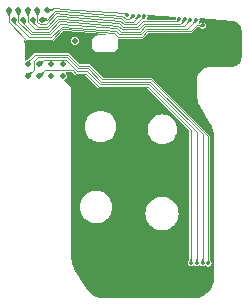
<source format=gbr>
G04 #@! TF.GenerationSoftware,KiCad,Pcbnew,8.0.0-rc2*
G04 #@! TF.CreationDate,2024-03-13T16:32:28-04:00*
G04 #@! TF.ProjectId,nandFlex,6e616e64-466c-4657-982e-6b696361645f,3*
G04 #@! TF.SameCoordinates,Original*
G04 #@! TF.FileFunction,Copper,L2,Bot*
G04 #@! TF.FilePolarity,Positive*
%FSLAX46Y46*%
G04 Gerber Fmt 4.6, Leading zero omitted, Abs format (unit mm)*
G04 Created by KiCad (PCBNEW 8.0.0-rc2) date 2024-03-13 16:32:28*
%MOMM*%
%LPD*%
G01*
G04 APERTURE LIST*
G04 Aperture macros list*
%AMRoundRect*
0 Rectangle with rounded corners*
0 $1 Rounding radius*
0 $2 $3 $4 $5 $6 $7 $8 $9 X,Y pos of 4 corners*
0 Add a 4 corners polygon primitive as box body*
4,1,4,$2,$3,$4,$5,$6,$7,$8,$9,$2,$3,0*
0 Add four circle primitives for the rounded corners*
1,1,$1+$1,$2,$3*
1,1,$1+$1,$4,$5*
1,1,$1+$1,$6,$7*
1,1,$1+$1,$8,$9*
0 Add four rect primitives between the rounded corners*
20,1,$1+$1,$2,$3,$4,$5,0*
20,1,$1+$1,$4,$5,$6,$7,0*
20,1,$1+$1,$6,$7,$8,$9,0*
20,1,$1+$1,$8,$9,$2,$3,0*%
G04 Aperture macros list end*
G04 #@! TA.AperFunction,ComponentPad*
%ADD10RoundRect,0.188000X-0.047000X-0.047000X0.047000X-0.047000X0.047000X0.047000X-0.047000X0.047000X0*%
G04 #@! TD*
G04 #@! TA.AperFunction,ViaPad*
%ADD11C,0.350000*%
G04 #@! TD*
G04 #@! TA.AperFunction,Conductor*
%ADD12C,0.088900*%
G04 #@! TD*
G04 APERTURE END LIST*
D10*
X215900000Y-70024100D03*
X218900110Y-68024110D03*
X216900000Y-70024100D03*
X214523291Y-66231530D03*
X217900000Y-71024100D03*
X215723291Y-65431530D03*
X216900000Y-71024100D03*
X217900000Y-70024100D03*
X214123291Y-65431530D03*
X215323291Y-66231530D03*
X216123291Y-66231530D03*
X214923291Y-65431530D03*
X216523291Y-65431530D03*
X218900110Y-69024110D03*
X213323291Y-65431530D03*
X214900000Y-71024100D03*
X215900000Y-71024100D03*
X213723291Y-66231530D03*
X214900110Y-70024110D03*
D11*
X229723291Y-66734110D03*
X229190662Y-66293603D03*
X228681142Y-66256275D03*
X228205481Y-66220531D03*
X227729885Y-66183930D03*
X224784021Y-65963127D03*
X224308362Y-65927346D03*
X223831165Y-65891495D03*
X223355371Y-65854663D03*
X228730110Y-86864110D03*
X229220110Y-86874110D03*
X229710110Y-86874110D03*
X230210110Y-86874110D03*
X224900110Y-77024110D03*
X221900110Y-70524110D03*
X221664424Y-85943039D03*
X223500110Y-89324110D03*
X224400110Y-73024110D03*
X226900110Y-71524110D03*
X224900110Y-79024110D03*
X219900110Y-77024110D03*
X216040624Y-68536505D03*
X219900110Y-73024110D03*
X217719256Y-68480991D03*
X225380110Y-89324110D03*
X225095432Y-85114964D03*
X221400110Y-89324110D03*
X226900110Y-80024110D03*
X223400110Y-70524110D03*
X219900110Y-79024110D03*
X225410110Y-66054110D03*
X225229839Y-67630256D03*
X221900110Y-78024110D03*
X226900110Y-78024110D03*
X225400110Y-70524110D03*
X221900110Y-80024110D03*
X220145105Y-85005167D03*
D12*
X216981496Y-67923380D02*
X214789380Y-67923380D01*
X222246892Y-67373441D02*
X218134689Y-67064110D01*
X228730110Y-67244110D02*
X225030110Y-67244110D01*
X213323291Y-66457291D02*
X213323291Y-65431530D01*
X225030110Y-67244110D02*
X224560729Y-67713491D01*
X224560729Y-67713491D02*
X222586943Y-67713491D01*
X222586943Y-67713491D02*
X222246892Y-67373441D01*
X218134689Y-67064110D02*
X217840766Y-67064110D01*
X229240110Y-66734110D02*
X228730110Y-67244110D01*
X217840766Y-67064110D02*
X216981496Y-67923380D01*
X214789380Y-67923380D02*
X213323291Y-66457291D01*
X229723291Y-66734110D02*
X229240110Y-66734110D01*
X224471301Y-67497591D02*
X222676372Y-67497591D01*
X217822413Y-66824110D02*
X217775438Y-66824110D01*
X228416010Y-67028210D02*
X224940681Y-67028210D01*
X213723291Y-66437291D02*
X213723291Y-66231530D01*
X217775438Y-66824110D02*
X216892068Y-67707480D01*
X222342934Y-67164154D02*
X217822413Y-66824110D01*
X214993480Y-67707480D02*
X213723291Y-66437291D01*
X229150617Y-66293603D02*
X228416010Y-67028210D01*
X229190662Y-66293603D02*
X229150617Y-66293603D01*
X224940681Y-67028210D02*
X224471301Y-67497591D01*
X222676372Y-67497591D02*
X222342934Y-67164154D01*
X216892068Y-67707480D02*
X214993480Y-67707480D01*
X217680110Y-66597055D02*
X217680248Y-66596917D01*
X217680248Y-66596917D02*
X217680791Y-66596947D01*
X228131910Y-66812310D02*
X228681142Y-66263078D01*
X222765800Y-67281691D02*
X224381872Y-67281691D01*
X217680791Y-66596947D02*
X222438978Y-66954868D01*
X224381872Y-67281691D02*
X224851252Y-66812310D01*
X214123291Y-65431530D02*
X214123291Y-66457291D01*
X214123291Y-66457291D02*
X215157580Y-67491580D01*
X216802640Y-67491580D02*
X217680110Y-66614110D01*
X215157580Y-67491580D02*
X216802640Y-67491580D01*
X222438978Y-66954868D02*
X222765800Y-67281691D01*
X224851252Y-66812310D02*
X228131910Y-66812310D01*
X217680110Y-66614110D02*
X217680110Y-66597055D01*
X228681142Y-66263078D02*
X228681142Y-66256275D01*
X216694526Y-67275680D02*
X217594250Y-66375955D01*
X222855229Y-67065791D02*
X224292445Y-67065791D01*
X217694821Y-66381492D02*
X222535022Y-66745583D01*
X224761823Y-66596410D02*
X227837810Y-66596410D01*
X215301680Y-67275680D02*
X216694526Y-67275680D01*
X224292445Y-67065791D02*
X224761823Y-66596410D01*
X214523291Y-66231530D02*
X214523291Y-66497291D01*
X214523291Y-66497291D02*
X215301680Y-67275680D01*
X217594250Y-66375955D02*
X217694821Y-66381492D01*
X228205481Y-66228739D02*
X228205481Y-66220531D01*
X227837810Y-66596410D02*
X228205481Y-66228739D01*
X222535022Y-66745583D02*
X222855229Y-67065791D01*
X224203302Y-66849891D02*
X224679082Y-66374110D01*
X217509797Y-66155079D02*
X217708850Y-66166037D01*
X227730110Y-66184155D02*
X227729885Y-66183930D01*
X215559531Y-67059780D02*
X216605097Y-67059780D01*
X214923291Y-65431530D02*
X214923291Y-66423540D01*
X222631065Y-66536297D02*
X222944658Y-66849891D01*
X227730110Y-66204110D02*
X227730110Y-66184155D01*
X216605097Y-67059780D02*
X217509797Y-66155079D01*
X217708850Y-66166037D02*
X222631065Y-66536297D01*
X214923291Y-66423540D02*
X215559531Y-67059780D01*
X227560110Y-66374110D02*
X227730110Y-66204110D01*
X224679082Y-66374110D02*
X227560110Y-66374110D01*
X222944658Y-66849891D02*
X224203302Y-66849891D01*
X215323291Y-66427291D02*
X215323291Y-66231530D01*
X223034087Y-66633991D02*
X222727108Y-66327012D01*
X216515668Y-66843880D02*
X215739880Y-66843880D01*
X217722879Y-65950582D02*
X217456092Y-65935895D01*
X224784071Y-65963177D02*
X224784687Y-65963177D01*
X224784021Y-65963127D02*
X224784071Y-65963177D01*
X222727108Y-66327012D02*
X217722879Y-65950582D01*
X217456092Y-65935895D02*
X217423653Y-65935895D01*
X215739880Y-66843880D02*
X215323291Y-66427291D01*
X224113873Y-66633991D02*
X223034087Y-66633991D01*
X217423653Y-65935895D02*
X216515668Y-66843880D01*
X224784687Y-65963177D02*
X224113873Y-66633991D01*
X215913980Y-66627980D02*
X215723291Y-66437291D01*
X223123515Y-66418091D02*
X222823150Y-66117726D01*
X223818409Y-66418091D02*
X223123515Y-66418091D01*
X222823150Y-66117726D02*
X217736903Y-65735127D01*
X224309098Y-65927402D02*
X223818409Y-66418091D01*
X224309098Y-65927402D02*
X224308418Y-65927402D01*
X224308418Y-65927402D02*
X224308362Y-65927346D01*
X215723291Y-66437291D02*
X215723291Y-65431530D01*
X217334225Y-65719995D02*
X216426240Y-66627980D01*
X217736903Y-65735127D02*
X217462037Y-65719995D01*
X217462037Y-65719995D02*
X217334225Y-65719995D01*
X216426240Y-66627980D02*
X215913980Y-66627980D01*
X223523041Y-66202191D02*
X223212943Y-66202191D01*
X222919192Y-65908440D02*
X217750928Y-65519672D01*
X223212943Y-66202191D02*
X222919192Y-65908440D01*
X217467983Y-65504095D02*
X217240125Y-65504095D01*
X223833598Y-65891634D02*
X223523041Y-66202191D01*
X216512690Y-66231530D02*
X216123291Y-66231530D01*
X223833598Y-65891634D02*
X223831304Y-65891634D01*
X223831304Y-65891634D02*
X223831165Y-65891495D01*
X217240125Y-65504095D02*
X216512690Y-66231530D01*
X217750928Y-65519672D02*
X217467983Y-65504095D01*
X216942690Y-65431530D02*
X216523291Y-65431530D01*
X223214880Y-65714173D02*
X217764949Y-65304216D01*
X223355371Y-65854663D02*
X223214880Y-65714173D01*
X217086025Y-65288195D02*
X216942690Y-65431530D01*
X217764949Y-65304216D02*
X217473925Y-65288195D01*
X217473925Y-65288195D02*
X217086025Y-65288195D01*
X216399990Y-70524110D02*
X218720110Y-70524110D01*
X225110110Y-71934110D02*
X228730110Y-75554110D01*
X220960110Y-71934110D02*
X225110110Y-71934110D01*
X228730110Y-75554110D02*
X228730110Y-86864110D01*
X218720110Y-70524110D02*
X219006010Y-70810010D01*
X219836010Y-70810010D02*
X220960110Y-71934110D01*
X215900000Y-71024100D02*
X216399990Y-70524110D01*
X219006010Y-70810010D02*
X219836010Y-70810010D01*
X225194210Y-71718210D02*
X229220110Y-75744110D01*
X219925438Y-70594110D02*
X221049538Y-71718210D01*
X219110110Y-70594110D02*
X219925438Y-70594110D01*
X215900000Y-70024100D02*
X216296450Y-69627650D01*
X216296450Y-69627650D02*
X218143650Y-69627650D01*
X229220110Y-75744110D02*
X229220110Y-86874110D01*
X221049538Y-71718210D02*
X225194210Y-71718210D01*
X218143650Y-69627650D02*
X219110110Y-70594110D01*
X229710110Y-75934110D02*
X229710110Y-86874110D01*
X221138966Y-71502310D02*
X225278310Y-71502310D01*
X215430110Y-70493990D02*
X215430110Y-69754110D01*
X218233078Y-69411750D02*
X219195438Y-70374110D01*
X220010766Y-70374110D02*
X221138966Y-71502310D01*
X219195438Y-70374110D02*
X220010766Y-70374110D01*
X225278310Y-71502310D02*
X229710110Y-75934110D01*
X215430110Y-69754110D02*
X215772470Y-69411750D01*
X215772470Y-69411750D02*
X218233078Y-69411750D01*
X214900000Y-71024100D02*
X215430110Y-70493990D01*
X225362410Y-71286410D02*
X221228394Y-71286410D01*
X230210110Y-86874110D02*
X230210110Y-76134110D01*
X230210110Y-76134110D02*
X225362410Y-71286410D01*
X219260767Y-70134110D02*
X218322507Y-69195850D01*
X218322507Y-69195850D02*
X215503370Y-69195850D01*
X220076094Y-70134110D02*
X219260767Y-70134110D01*
X221228394Y-71286410D02*
X220076094Y-70134110D01*
X215503370Y-69195850D02*
X214900110Y-69799110D01*
X214900110Y-69799110D02*
X214900110Y-70024110D01*
G04 #@! TA.AperFunction,Conductor*
G36*
X232275580Y-66351664D02*
G01*
X232281347Y-66352370D01*
X232419861Y-66375947D01*
X232431120Y-66378968D01*
X232560064Y-66426849D01*
X232570567Y-66431911D01*
X232681964Y-66499069D01*
X232688355Y-66502922D01*
X232697741Y-66509852D01*
X232800274Y-66601516D01*
X232808209Y-66610071D01*
X232891922Y-66719203D01*
X232898128Y-66729082D01*
X232952730Y-66837274D01*
X232960094Y-66851864D01*
X232964356Y-66862727D01*
X233002420Y-66994894D01*
X233004588Y-67006359D01*
X233017755Y-67146857D01*
X233018028Y-67152689D01*
X233018028Y-67196279D01*
X233018029Y-67196288D01*
X233018029Y-69418451D01*
X233017728Y-69424579D01*
X233003266Y-69571375D01*
X233000875Y-69583391D01*
X232958951Y-69721584D01*
X232954263Y-69732903D01*
X232886182Y-69860271D01*
X232879375Y-69870458D01*
X232787757Y-69982094D01*
X232779094Y-69990757D01*
X232667457Y-70082375D01*
X232657270Y-70089182D01*
X232529902Y-70157263D01*
X232518583Y-70161951D01*
X232380390Y-70203875D01*
X232368374Y-70206266D01*
X232314856Y-70211538D01*
X232221564Y-70220729D01*
X232215444Y-70221030D01*
X230444422Y-70221030D01*
X230418535Y-70221029D01*
X230324071Y-70221027D01*
X230324055Y-70221027D01*
X230324049Y-70221027D01*
X230137412Y-70250583D01*
X230137409Y-70250583D01*
X229957701Y-70308969D01*
X229957696Y-70308971D01*
X229789323Y-70394760D01*
X229636445Y-70505831D01*
X229502835Y-70639441D01*
X229502831Y-70639446D01*
X229391759Y-70792326D01*
X229391757Y-70792329D01*
X229305971Y-70960697D01*
X229305969Y-70960702D01*
X229247583Y-71140410D01*
X229247583Y-71140413D01*
X229218027Y-71327050D01*
X229218027Y-71327056D01*
X229218029Y-71399882D01*
X229218029Y-72458597D01*
X229218008Y-72458649D01*
X229218022Y-72600056D01*
X229218023Y-72600065D01*
X229225703Y-72672978D01*
X229242231Y-72829901D01*
X229286704Y-73038683D01*
X229290382Y-73055947D01*
X229361934Y-73275677D01*
X229361939Y-73275689D01*
X229456126Y-73486744D01*
X229491310Y-73547547D01*
X229491330Y-73547590D01*
X230300140Y-74945092D01*
X230326277Y-74990252D01*
X230326278Y-74990254D01*
X230345438Y-75023357D01*
X230346998Y-75026224D01*
X230478314Y-75283339D01*
X230480985Y-75289326D01*
X230584051Y-75557227D01*
X230586081Y-75563460D01*
X230656424Y-75825440D01*
X230660520Y-75840692D01*
X230661885Y-75847101D01*
X230666146Y-75873946D01*
X230706878Y-76130616D01*
X230707564Y-76137136D01*
X230722704Y-76425561D01*
X230722790Y-76428837D01*
X230722790Y-76474218D01*
X230722791Y-76474227D01*
X230722791Y-88005153D01*
X230722680Y-88008878D01*
X230710234Y-88217359D01*
X230709348Y-88224753D01*
X230672524Y-88428434D01*
X230670765Y-88435672D01*
X230609972Y-88633530D01*
X230607364Y-88640505D01*
X230523468Y-88829728D01*
X230520049Y-88836345D01*
X230413332Y-89015769D01*
X230411338Y-89018905D01*
X230407557Y-89024479D01*
X230407545Y-89024497D01*
X230403356Y-89030668D01*
X230401131Y-89033740D01*
X230270836Y-89202639D01*
X230265832Y-89208369D01*
X230117319Y-89358833D01*
X230111655Y-89363912D01*
X229945968Y-89495214D01*
X229939730Y-89499567D01*
X229759315Y-89609770D01*
X229752594Y-89613333D01*
X229560126Y-89700802D01*
X229553021Y-89703522D01*
X229351358Y-89766958D01*
X229343976Y-89768795D01*
X229136092Y-89807263D01*
X229128542Y-89808189D01*
X228916240Y-89821195D01*
X228912435Y-89821312D01*
X221431688Y-89823308D01*
X221431687Y-89823308D01*
X221393752Y-89823318D01*
X221389852Y-89823197D01*
X221171495Y-89809602D01*
X221163754Y-89808632D01*
X220950708Y-89768300D01*
X220943147Y-89766373D01*
X220748286Y-89703522D01*
X220736788Y-89699813D01*
X220729531Y-89696961D01*
X220550470Y-89613333D01*
X220533071Y-89605207D01*
X220526222Y-89601471D01*
X220342722Y-89485952D01*
X220336392Y-89481391D01*
X220168725Y-89343920D01*
X220163011Y-89338606D01*
X220013770Y-89181304D01*
X220008764Y-89175320D01*
X219879436Y-88999497D01*
X219877222Y-88996282D01*
X218925906Y-87517705D01*
X218925904Y-87517700D01*
X218900431Y-87478109D01*
X218898587Y-87475055D01*
X218834759Y-87362182D01*
X218800142Y-87300964D01*
X218796996Y-87294577D01*
X218719718Y-87112035D01*
X218717326Y-87105343D01*
X218661358Y-86915208D01*
X218659737Y-86908263D01*
X218654896Y-86880411D01*
X218625790Y-86712965D01*
X218624976Y-86705915D01*
X218613393Y-86506107D01*
X218613289Y-86502546D01*
X218613283Y-86495739D01*
X218613258Y-86464589D01*
X218613254Y-86459573D01*
X218613252Y-86459562D01*
X218609537Y-82099325D01*
X219332982Y-82099325D01*
X219351584Y-82323813D01*
X219406881Y-82542178D01*
X219406882Y-82542180D01*
X219497367Y-82748465D01*
X219497369Y-82748468D01*
X219620570Y-82937040D01*
X219620573Y-82937045D01*
X219773134Y-83102770D01*
X219773137Y-83102773D01*
X219950892Y-83241124D01*
X219950894Y-83241125D01*
X220149002Y-83348336D01*
X220362055Y-83421477D01*
X220584240Y-83458554D01*
X220584246Y-83458554D01*
X220809492Y-83458554D01*
X220809498Y-83458554D01*
X221031683Y-83421477D01*
X221244736Y-83348336D01*
X221442844Y-83241125D01*
X221620605Y-83102769D01*
X221773167Y-82937042D01*
X221896372Y-82748463D01*
X221937149Y-82655501D01*
X224874245Y-82655501D01*
X224893411Y-82886806D01*
X224893413Y-82886816D01*
X224950384Y-83111788D01*
X224950386Y-83111796D01*
X224950388Y-83111801D01*
X225043621Y-83324350D01*
X225170566Y-83518654D01*
X225170569Y-83518657D01*
X225327762Y-83689415D01*
X225327765Y-83689418D01*
X225510917Y-83831970D01*
X225510919Y-83831971D01*
X225715042Y-83942437D01*
X225934564Y-84017799D01*
X226163496Y-84056001D01*
X226163499Y-84056001D01*
X226395591Y-84056001D01*
X226395594Y-84056001D01*
X226624526Y-84017799D01*
X226844048Y-83942437D01*
X227048171Y-83831971D01*
X227231329Y-83689414D01*
X227388524Y-83518654D01*
X227515469Y-83324350D01*
X227608702Y-83111801D01*
X227665679Y-82886806D01*
X227684845Y-82655501D01*
X227665679Y-82424196D01*
X227608702Y-82199201D01*
X227515469Y-81986652D01*
X227388524Y-81792348D01*
X227231329Y-81621588D01*
X227231328Y-81621587D01*
X227231327Y-81621586D01*
X227231324Y-81621583D01*
X227048172Y-81479031D01*
X227048170Y-81479030D01*
X226942334Y-81421755D01*
X226844048Y-81368565D01*
X226624526Y-81293203D01*
X226395594Y-81255001D01*
X226163496Y-81255001D01*
X225991797Y-81283652D01*
X225934563Y-81293203D01*
X225715042Y-81368565D01*
X225650841Y-81403308D01*
X225510919Y-81479030D01*
X225510917Y-81479031D01*
X225327765Y-81621583D01*
X225327762Y-81621586D01*
X225170569Y-81792344D01*
X225170565Y-81792349D01*
X225043624Y-81986646D01*
X225043622Y-81986649D01*
X224950389Y-82199198D01*
X224950384Y-82199213D01*
X224893413Y-82424185D01*
X224893411Y-82424195D01*
X224874245Y-82655501D01*
X221937149Y-82655501D01*
X221986857Y-82542178D01*
X222042154Y-82323813D01*
X222060756Y-82099325D01*
X222042154Y-81874837D01*
X221986857Y-81656472D01*
X221896372Y-81450187D01*
X221773167Y-81261608D01*
X221773165Y-81261606D01*
X221773164Y-81261604D01*
X221620603Y-81095879D01*
X221620600Y-81095876D01*
X221442845Y-80957525D01*
X221442843Y-80957524D01*
X221244736Y-80850314D01*
X221031683Y-80777173D01*
X220809499Y-80740096D01*
X220809498Y-80740096D01*
X220584240Y-80740096D01*
X220584238Y-80740096D01*
X220362054Y-80777173D01*
X220149002Y-80850314D01*
X220149001Y-80850314D01*
X219950894Y-80957524D01*
X219950892Y-80957525D01*
X219773137Y-81095876D01*
X219773134Y-81095879D01*
X219620573Y-81261604D01*
X219620570Y-81261609D01*
X219497369Y-81450181D01*
X219497367Y-81450184D01*
X219407088Y-81656001D01*
X219406881Y-81656472D01*
X219351584Y-81874837D01*
X219332982Y-82099325D01*
X218609537Y-82099325D01*
X218604475Y-76158939D01*
X218603740Y-75296676D01*
X219733272Y-75296676D01*
X219753651Y-75529610D01*
X219753654Y-75529626D01*
X219814169Y-75755472D01*
X219814170Y-75755474D01*
X219912991Y-75967396D01*
X220047111Y-76158940D01*
X220212451Y-76324280D01*
X220260089Y-76357636D01*
X220403995Y-76458400D01*
X220403994Y-76458400D01*
X220509955Y-76507810D01*
X220615916Y-76557221D01*
X220615918Y-76557221D01*
X220615919Y-76557222D01*
X220841765Y-76617737D01*
X220841771Y-76617738D01*
X220841778Y-76617740D01*
X220981542Y-76629968D01*
X221074716Y-76638120D01*
X221074718Y-76638120D01*
X221074720Y-76638120D01*
X221152364Y-76631326D01*
X221307658Y-76617740D01*
X221307667Y-76617737D01*
X221307670Y-76617737D01*
X221533516Y-76557222D01*
X221533515Y-76557222D01*
X221533520Y-76557221D01*
X221745441Y-76458400D01*
X221936983Y-76324281D01*
X222102325Y-76158939D01*
X222236444Y-75967397D01*
X222335265Y-75755476D01*
X222386715Y-75563460D01*
X222395781Y-75529626D01*
X222395781Y-75529623D01*
X222395784Y-75529614D01*
X222397051Y-75515136D01*
X225057476Y-75515136D01*
X225076510Y-75732696D01*
X225076513Y-75732712D01*
X225133035Y-75943655D01*
X225225333Y-76141589D01*
X225350601Y-76320491D01*
X225505029Y-76474919D01*
X225570115Y-76520492D01*
X225683931Y-76600187D01*
X225683930Y-76600187D01*
X225881865Y-76692485D01*
X226092808Y-76749007D01*
X226092814Y-76749008D01*
X226092821Y-76749010D01*
X226223360Y-76760431D01*
X226310385Y-76768045D01*
X226310387Y-76768045D01*
X226310389Y-76768045D01*
X226382909Y-76761700D01*
X226527953Y-76749010D01*
X226527962Y-76749007D01*
X226527965Y-76749007D01*
X226738908Y-76692485D01*
X226936843Y-76600187D01*
X227115743Y-76474920D01*
X227270173Y-76320490D01*
X227395440Y-76141590D01*
X227487738Y-75943655D01*
X227510234Y-75859698D01*
X227544260Y-75732712D01*
X227544260Y-75732709D01*
X227544263Y-75732700D01*
X227562031Y-75529614D01*
X227563298Y-75515136D01*
X227563298Y-75515131D01*
X227544263Y-75297571D01*
X227544263Y-75297568D01*
X227544023Y-75296674D01*
X227487741Y-75086623D01*
X227487739Y-75086620D01*
X227487738Y-75086613D01*
X227421746Y-74945092D01*
X227395442Y-74888682D01*
X227395440Y-74888680D01*
X227395440Y-74888679D01*
X227270173Y-74709778D01*
X227270172Y-74709776D01*
X227115744Y-74555348D01*
X226943021Y-74434407D01*
X226936843Y-74430081D01*
X226936841Y-74430080D01*
X226936843Y-74430080D01*
X226738908Y-74337782D01*
X226527965Y-74281260D01*
X226527949Y-74281257D01*
X226310389Y-74262223D01*
X226310385Y-74262223D01*
X226092824Y-74281257D01*
X226092808Y-74281260D01*
X225881876Y-74337779D01*
X225881860Y-74337785D01*
X225683935Y-74430078D01*
X225683933Y-74430080D01*
X225505029Y-74555348D01*
X225350601Y-74709776D01*
X225225333Y-74888680D01*
X225225331Y-74888682D01*
X225133038Y-75086607D01*
X225133032Y-75086623D01*
X225076513Y-75297555D01*
X225076510Y-75297571D01*
X225057476Y-75515131D01*
X225057476Y-75515136D01*
X222397051Y-75515136D01*
X222416164Y-75296674D01*
X222414997Y-75283339D01*
X222399150Y-75102206D01*
X222395784Y-75063734D01*
X222385733Y-75026224D01*
X222335266Y-74837875D01*
X222335265Y-74837873D01*
X222236444Y-74625951D01*
X222102324Y-74434407D01*
X221936984Y-74269067D01*
X221815124Y-74183740D01*
X221745441Y-74134948D01*
X221745439Y-74134947D01*
X221745441Y-74134947D01*
X221533518Y-74036126D01*
X221533516Y-74036125D01*
X221307670Y-73975610D01*
X221307654Y-73975607D01*
X221074720Y-73955228D01*
X221074716Y-73955228D01*
X220841781Y-73975607D01*
X220841765Y-73975610D01*
X220615919Y-74036125D01*
X220615917Y-74036126D01*
X220403995Y-74134947D01*
X220212451Y-74269067D01*
X220047111Y-74434407D01*
X219912991Y-74625951D01*
X219814170Y-74837873D01*
X219814169Y-74837875D01*
X219753654Y-75063721D01*
X219753651Y-75063737D01*
X219733272Y-75296671D01*
X219733272Y-75296676D01*
X218603740Y-75296676D01*
X218601167Y-72277248D01*
X218601153Y-72277109D01*
X218601120Y-72234706D01*
X218601120Y-72234702D01*
X218566406Y-72060848D01*
X218563378Y-72053551D01*
X218498459Y-71897101D01*
X218498459Y-71897100D01*
X218399888Y-71749744D01*
X218395030Y-71744890D01*
X218274480Y-71624439D01*
X218274475Y-71624435D01*
X218127036Y-71525986D01*
X218127031Y-71525984D01*
X217984250Y-71466876D01*
X217950418Y-71433058D01*
X217950409Y-71385223D01*
X217984227Y-71351391D01*
X218000951Y-71347045D01*
X218011611Y-71345809D01*
X218106484Y-71303918D01*
X218179818Y-71230584D01*
X218221709Y-71135711D01*
X218224400Y-71112516D01*
X218224400Y-70935684D01*
X218221709Y-70912489D01*
X218179818Y-70817616D01*
X218126856Y-70764654D01*
X218108550Y-70720460D01*
X218126856Y-70676266D01*
X218171050Y-70657960D01*
X218638780Y-70657960D01*
X218682974Y-70676266D01*
X218892538Y-70885830D01*
X218930190Y-70923482D01*
X218930191Y-70923482D01*
X218930193Y-70923484D01*
X218979383Y-70943859D01*
X218979386Y-70943860D01*
X219754680Y-70943860D01*
X219798873Y-70962165D01*
X220884289Y-72047582D01*
X220898698Y-72053550D01*
X220933486Y-72067960D01*
X225028780Y-72067960D01*
X225072974Y-72086266D01*
X228577954Y-75591246D01*
X228596260Y-75635440D01*
X228596260Y-86488480D01*
X228593756Y-86505993D01*
X228590684Y-86516516D01*
X228586800Y-86560691D01*
X228583462Y-86576060D01*
X228578216Y-86590890D01*
X228572051Y-86603557D01*
X228556375Y-86628237D01*
X228555535Y-86629524D01*
X228525115Y-86674910D01*
X228521978Y-86679924D01*
X228521247Y-86681179D01*
X228518449Y-86686340D01*
X228489694Y-86743579D01*
X228488267Y-86746545D01*
X228486575Y-86750223D01*
X228486371Y-86750129D01*
X228481058Y-86760934D01*
X228481052Y-86760942D01*
X228460530Y-86864110D01*
X228481050Y-86967273D01*
X228481051Y-86967275D01*
X228487733Y-86977275D01*
X228539488Y-87054732D01*
X228604932Y-87098460D01*
X228626944Y-87113168D01*
X228626946Y-87113169D01*
X228730109Y-87133690D01*
X228730110Y-87133690D01*
X228730111Y-87133690D01*
X228783007Y-87123168D01*
X228833274Y-87113169D01*
X228920732Y-87054732D01*
X228920734Y-87054728D01*
X228925085Y-87050379D01*
X228926412Y-87051706D01*
X228959572Y-87029548D01*
X229006489Y-87038877D01*
X229023735Y-87056122D01*
X229029488Y-87064732D01*
X229090252Y-87105333D01*
X229116944Y-87123168D01*
X229116946Y-87123169D01*
X229220109Y-87143690D01*
X229220110Y-87143690D01*
X229220111Y-87143690D01*
X229271692Y-87133429D01*
X229323274Y-87123169D01*
X229410732Y-87064732D01*
X229413143Y-87061124D01*
X229452916Y-87034547D01*
X229499832Y-87043879D01*
X229517077Y-87061124D01*
X229519487Y-87064731D01*
X229606944Y-87123168D01*
X229606946Y-87123169D01*
X229710109Y-87143690D01*
X229710110Y-87143690D01*
X229710111Y-87143690D01*
X229761692Y-87133429D01*
X229813274Y-87123169D01*
X229900732Y-87064732D01*
X229908143Y-87053639D01*
X229947916Y-87027064D01*
X229994833Y-87036396D01*
X230012075Y-87053638D01*
X230019488Y-87064732D01*
X230080252Y-87105333D01*
X230106944Y-87123168D01*
X230106946Y-87123169D01*
X230210109Y-87143690D01*
X230210110Y-87143690D01*
X230210111Y-87143690D01*
X230261692Y-87133429D01*
X230313274Y-87123169D01*
X230400732Y-87064732D01*
X230459169Y-86977274D01*
X230479690Y-86874110D01*
X230459169Y-86770946D01*
X230458204Y-86769501D01*
X230452141Y-86756238D01*
X230451624Y-86756438D01*
X230450524Y-86753581D01*
X230450522Y-86753577D01*
X230450521Y-86753573D01*
X230421767Y-86696341D01*
X230418944Y-86691135D01*
X230418208Y-86689874D01*
X230415096Y-86684904D01*
X230415086Y-86684888D01*
X230384682Y-86639525D01*
X230383876Y-86638290D01*
X230368166Y-86613557D01*
X230362005Y-86600898D01*
X230362002Y-86600890D01*
X230356754Y-86586055D01*
X230353418Y-86570691D01*
X230349535Y-86526518D01*
X230346094Y-86513696D01*
X230343960Y-86497500D01*
X230343960Y-76107486D01*
X230343959Y-76107483D01*
X230323584Y-76058293D01*
X230323580Y-76058288D01*
X225438231Y-71172939D01*
X225438226Y-71172935D01*
X225389036Y-71152560D01*
X225389034Y-71152560D01*
X221309724Y-71152560D01*
X221265530Y-71134254D01*
X220151915Y-70020639D01*
X220151910Y-70020635D01*
X220102720Y-70000260D01*
X220102718Y-70000260D01*
X219342097Y-70000260D01*
X219297903Y-69981954D01*
X218398328Y-69082379D01*
X218398323Y-69082375D01*
X218349133Y-69062000D01*
X218349131Y-69062000D01*
X215476746Y-69062000D01*
X215441958Y-69076409D01*
X215431768Y-69080630D01*
X215427546Y-69082379D01*
X214992823Y-69517102D01*
X214986550Y-69522590D01*
X214965797Y-69538429D01*
X214924668Y-69585082D01*
X214921981Y-69587944D01*
X214878452Y-69631474D01*
X214877465Y-69632439D01*
X214856591Y-69652411D01*
X214851797Y-69656553D01*
X214804882Y-69693108D01*
X214791713Y-69700982D01*
X214788499Y-69702400D01*
X214788499Y-69702401D01*
X214782664Y-69704977D01*
X214778355Y-69706880D01*
X214730532Y-69707984D01*
X214695935Y-69674950D01*
X214690610Y-69649705D01*
X214690610Y-68532231D01*
X214690590Y-68532035D01*
X214690590Y-68530775D01*
X214690592Y-68483848D01*
X214661037Y-68297213D01*
X214602649Y-68117499D01*
X214600115Y-68112526D01*
X218575710Y-68112526D01*
X218578401Y-68135721D01*
X218620292Y-68230594D01*
X218693626Y-68303928D01*
X218788499Y-68345819D01*
X218811694Y-68348510D01*
X218988526Y-68348510D01*
X219011721Y-68345819D01*
X219106594Y-68303928D01*
X219179928Y-68230594D01*
X219221819Y-68135721D01*
X219224510Y-68112526D01*
X219224510Y-67935694D01*
X219221819Y-67912499D01*
X219179928Y-67817626D01*
X219106594Y-67744292D01*
X219011721Y-67702401D01*
X218988526Y-67699710D01*
X218811694Y-67699710D01*
X218788499Y-67702401D01*
X218727251Y-67729445D01*
X218693624Y-67744293D01*
X218620293Y-67817624D01*
X218620292Y-67817625D01*
X218620292Y-67817626D01*
X218578401Y-67912499D01*
X218575710Y-67935694D01*
X218575710Y-68112526D01*
X214600115Y-68112526D01*
X214582799Y-68078540D01*
X214579047Y-68030853D01*
X214610115Y-67994480D01*
X214657803Y-67990727D01*
X214682682Y-68005974D01*
X214713560Y-68036852D01*
X214713561Y-68036852D01*
X214713563Y-68036854D01*
X214762753Y-68057229D01*
X214762756Y-68057230D01*
X217008120Y-68057230D01*
X217024518Y-68050437D01*
X217057312Y-68036854D01*
X217057312Y-68036853D01*
X217057316Y-68036852D01*
X217877902Y-67216266D01*
X217922096Y-67197960D01*
X218127312Y-67197960D01*
X218132000Y-67198136D01*
X221467805Y-67449064D01*
X221510502Y-67470633D01*
X221525441Y-67516076D01*
X221503872Y-67558773D01*
X221463117Y-67573888D01*
X220888963Y-67573888D01*
X220888872Y-67573879D01*
X220868735Y-67573882D01*
X220868619Y-67573834D01*
X220842798Y-67573839D01*
X220786407Y-67573850D01*
X220676457Y-67598965D01*
X220676453Y-67598966D01*
X220574855Y-67647910D01*
X220574852Y-67647912D01*
X220486678Y-67718242D01*
X220416368Y-67806421D01*
X220416366Y-67806424D01*
X220367438Y-67908032D01*
X220342341Y-68017987D01*
X220342340Y-68017990D01*
X220342340Y-68030667D01*
X220342339Y-68030687D01*
X220342339Y-68034506D01*
X220342339Y-68071717D01*
X220342339Y-68074380D01*
X220342338Y-68108387D01*
X220342337Y-68121528D01*
X220342339Y-68121545D01*
X220342339Y-68448464D01*
X220342312Y-68448526D01*
X220342310Y-68524123D01*
X220342310Y-68530778D01*
X220367408Y-68640745D01*
X220416349Y-68742369D01*
X220486678Y-68830554D01*
X220574869Y-68900875D01*
X220676498Y-68949807D01*
X220676499Y-68949807D01*
X220676501Y-68949808D01*
X220762602Y-68969450D01*
X220786437Y-68974888D01*
X220786464Y-68974894D01*
X220786468Y-68974895D01*
X220842859Y-68974888D01*
X220842866Y-68974888D01*
X222088827Y-68974888D01*
X222089222Y-68974847D01*
X222099193Y-68974850D01*
X222163705Y-68960136D01*
X222209157Y-68949771D01*
X222209157Y-68949770D01*
X222209159Y-68949770D01*
X222310785Y-68900847D01*
X222398974Y-68830532D01*
X222469303Y-68742355D01*
X222518243Y-68640736D01*
X222543341Y-68530775D01*
X222543339Y-68474380D01*
X222543339Y-68464750D01*
X222543339Y-68121545D01*
X222543340Y-68121528D01*
X222543339Y-68114264D01*
X222543341Y-68114262D01*
X222543339Y-68074380D01*
X222543339Y-68034506D01*
X222543339Y-68028415D01*
X222543310Y-68028125D01*
X222543310Y-68017992D01*
X222521799Y-67923749D01*
X222529812Y-67876589D01*
X222568824Y-67848908D01*
X222582732Y-67847341D01*
X224587353Y-67847341D01*
X224603751Y-67840548D01*
X224636545Y-67826965D01*
X224636545Y-67826964D01*
X224636549Y-67826963D01*
X225067246Y-67396266D01*
X225111440Y-67377960D01*
X228756734Y-67377960D01*
X228773132Y-67371167D01*
X228805926Y-67357584D01*
X228805926Y-67357583D01*
X228805930Y-67357582D01*
X229277246Y-66886266D01*
X229321440Y-66867960D01*
X229347666Y-66867960D01*
X229365178Y-66870463D01*
X229375699Y-66873535D01*
X229413520Y-66876859D01*
X229419869Y-66877418D01*
X229435233Y-66880754D01*
X229440776Y-66882714D01*
X229450072Y-66886002D01*
X229462737Y-66892165D01*
X229487442Y-66907857D01*
X229488669Y-66908657D01*
X229534085Y-66939096D01*
X229539055Y-66942208D01*
X229540316Y-66942944D01*
X229540323Y-66942948D01*
X229545535Y-66945774D01*
X229574886Y-66960519D01*
X229602776Y-66974531D01*
X229604794Y-66975503D01*
X229605630Y-66975907D01*
X229609334Y-66977615D01*
X229609243Y-66977810D01*
X229620103Y-66983153D01*
X229620127Y-66983169D01*
X229671709Y-66993429D01*
X229723290Y-67003690D01*
X229723291Y-67003690D01*
X229723292Y-67003690D01*
X229774873Y-66993429D01*
X229826455Y-66983169D01*
X229913913Y-66924732D01*
X229972350Y-66837274D01*
X229992871Y-66734110D01*
X229989953Y-66719443D01*
X229972350Y-66630946D01*
X229972349Y-66630944D01*
X229945062Y-66590106D01*
X229913913Y-66543488D01*
X229845555Y-66497813D01*
X229826456Y-66485051D01*
X229826454Y-66485050D01*
X229723292Y-66464530D01*
X229723291Y-66464530D01*
X229620125Y-66485051D01*
X229620123Y-66485052D01*
X229618681Y-66486016D01*
X229605422Y-66492087D01*
X229605618Y-66492595D01*
X229602759Y-66493694D01*
X229545521Y-66522451D01*
X229540349Y-66525253D01*
X229539108Y-66525976D01*
X229534091Y-66529115D01*
X229488705Y-66559535D01*
X229487417Y-66560376D01*
X229464679Y-66574818D01*
X229417559Y-66583060D01*
X229378412Y-66555569D01*
X229370170Y-66508449D01*
X229379203Y-66487336D01*
X229381279Y-66484227D01*
X229381284Y-66484225D01*
X229439721Y-66396767D01*
X229460242Y-66293603D01*
X229445251Y-66218241D01*
X229454583Y-66171326D01*
X229494356Y-66144750D01*
X229511234Y-66143725D01*
X232275580Y-66351664D01*
G37*
G04 #@! TD.AperFunction*
G04 #@! TA.AperFunction,Conductor*
G36*
X227431182Y-65987258D02*
G01*
X227473878Y-66008827D01*
X227488817Y-66054270D01*
X227481839Y-66074518D01*
X227483183Y-66075075D01*
X227480826Y-66080764D01*
X227478882Y-66090536D01*
X227473906Y-66105430D01*
X227473442Y-66106393D01*
X227473439Y-66106402D01*
X227460582Y-66156259D01*
X227458884Y-66164268D01*
X227458550Y-66166269D01*
X227458549Y-66166276D01*
X227457546Y-66174465D01*
X227456905Y-66182646D01*
X227435200Y-66225274D01*
X227394596Y-66240260D01*
X225033767Y-66240260D01*
X224989573Y-66221954D01*
X224971267Y-66177760D01*
X224981800Y-66143037D01*
X225006280Y-66106401D01*
X225033080Y-66066291D01*
X225053601Y-65963127D01*
X225038408Y-65886749D01*
X225047740Y-65839833D01*
X225087513Y-65813257D01*
X225104392Y-65812232D01*
X227431182Y-65987258D01*
G37*
G04 #@! TD.AperFunction*
G04 #@! TA.AperFunction,Conductor*
G36*
X213328873Y-65433564D02*
G01*
X213532124Y-65544030D01*
X213537757Y-65550992D01*
X213536817Y-65559897D01*
X213535922Y-65561297D01*
X213508731Y-65597819D01*
X213508725Y-65597828D01*
X213473485Y-65656594D01*
X213473480Y-65656602D01*
X213438242Y-65726795D01*
X213438239Y-65726800D01*
X213402984Y-65808460D01*
X213370603Y-65893973D01*
X213364468Y-65900497D01*
X213359661Y-65901530D01*
X213286922Y-65901530D01*
X213278649Y-65898103D01*
X213275980Y-65893974D01*
X213262157Y-65857475D01*
X213243593Y-65808452D01*
X213208345Y-65726808D01*
X213173097Y-65656597D01*
X213164285Y-65641902D01*
X213137855Y-65597828D01*
X213137849Y-65597819D01*
X213110659Y-65561297D01*
X213108468Y-65552614D01*
X213113057Y-65544925D01*
X213114448Y-65544035D01*
X213317705Y-65433565D01*
X213326609Y-65432626D01*
X213328873Y-65433564D01*
G37*
G04 #@! TD.AperFunction*
G04 #@! TA.AperFunction,Conductor*
G36*
X229660841Y-66583253D02*
G01*
X229661172Y-66583971D01*
X229722384Y-66729576D01*
X229722431Y-66738530D01*
X229722384Y-66738644D01*
X229661172Y-66884248D01*
X229654806Y-66890547D01*
X229645852Y-66890500D01*
X229645154Y-66890178D01*
X229587902Y-66861415D01*
X229586641Y-66860679D01*
X229571255Y-66850367D01*
X229539674Y-66829201D01*
X229521408Y-66817599D01*
X229498335Y-66802943D01*
X229498329Y-66802940D01*
X229447961Y-66785124D01*
X229383966Y-66779498D01*
X229376025Y-66775360D01*
X229373291Y-66767843D01*
X229373291Y-66700376D01*
X229376718Y-66692103D01*
X229383964Y-66688721D01*
X229447959Y-66683095D01*
X229498332Y-66665277D01*
X229539674Y-66639018D01*
X229586646Y-66607534D01*
X229587897Y-66606805D01*
X229645136Y-66578049D01*
X229654065Y-66577398D01*
X229660841Y-66583253D01*
G37*
G04 #@! TD.AperFunction*
G04 #@! TA.AperFunction,Conductor*
G36*
X213729070Y-66232135D02*
G01*
X213948562Y-66276560D01*
X213955990Y-66281559D01*
X213957932Y-66288450D01*
X213956658Y-66323669D01*
X213956659Y-66323670D01*
X213955025Y-66378596D01*
X213953393Y-66443097D01*
X213953394Y-66443098D01*
X213952545Y-66481738D01*
X213951762Y-66517350D01*
X213950940Y-66559617D01*
X213950221Y-66596557D01*
X213946796Y-66604602D01*
X213895856Y-66655542D01*
X213887583Y-66658969D01*
X213879310Y-66655542D01*
X213879007Y-66655228D01*
X213820231Y-66591895D01*
X213820227Y-66591891D01*
X213753210Y-66531109D01*
X213753204Y-66531105D01*
X213753201Y-66531102D01*
X213686167Y-66481738D01*
X213619133Y-66443807D01*
X213619128Y-66443805D01*
X213619126Y-66443804D01*
X213567891Y-66423551D01*
X213561457Y-66417322D01*
X213561311Y-66408369D01*
X213563555Y-66404777D01*
X213718118Y-66235707D01*
X213726227Y-66231915D01*
X213729070Y-66232135D01*
G37*
G04 #@! TD.AperFunction*
G04 #@! TA.AperFunction,Conductor*
G36*
X229040159Y-66231193D02*
G01*
X229186814Y-66291037D01*
X229193180Y-66297336D01*
X229193227Y-66297450D01*
X229248165Y-66432083D01*
X229252722Y-66443249D01*
X229252675Y-66452203D01*
X229246309Y-66458502D01*
X229245152Y-66458905D01*
X229182742Y-66477028D01*
X229180402Y-66477456D01*
X229121834Y-66482089D01*
X229121592Y-66482105D01*
X229070010Y-66485113D01*
X229070007Y-66485114D01*
X229018308Y-66502041D01*
X228966718Y-66542173D01*
X228958084Y-66544548D01*
X228951261Y-66541211D01*
X228903540Y-66493490D01*
X228900113Y-66485217D01*
X228903103Y-66477406D01*
X228943761Y-66432085D01*
X228971056Y-66388740D01*
X228987650Y-66346278D01*
X229003527Y-66295601D01*
X229003691Y-66295121D01*
X229024792Y-66237981D01*
X229030871Y-66231410D01*
X229039819Y-66231061D01*
X229040159Y-66231193D01*
G37*
G04 #@! TD.AperFunction*
G04 #@! TA.AperFunction,Conductor*
G36*
X228531127Y-66194064D02*
G01*
X228677294Y-66253709D01*
X228683660Y-66260008D01*
X228683707Y-66260122D01*
X228743408Y-66406427D01*
X228743361Y-66415381D01*
X228736995Y-66421680D01*
X228736315Y-66421933D01*
X228676172Y-66442222D01*
X228674899Y-66442573D01*
X228620240Y-66454362D01*
X228573330Y-66466045D01*
X228573329Y-66466046D01*
X228525935Y-66489792D01*
X228477383Y-66530950D01*
X228468856Y-66533685D01*
X228461544Y-66530298D01*
X228413831Y-66482585D01*
X228410404Y-66474312D01*
X228413090Y-66466853D01*
X228454151Y-66417241D01*
X228476139Y-66368417D01*
X228485519Y-66319927D01*
X228495404Y-66263893D01*
X228495789Y-66262349D01*
X228515578Y-66201290D01*
X228521389Y-66194477D01*
X228530315Y-66193768D01*
X228531127Y-66194064D01*
G37*
G04 #@! TD.AperFunction*
G04 #@! TA.AperFunction,Conductor*
G36*
X214128873Y-65433564D02*
G01*
X214332124Y-65544030D01*
X214337757Y-65550992D01*
X214336817Y-65559897D01*
X214335922Y-65561297D01*
X214308731Y-65597819D01*
X214308725Y-65597828D01*
X214273485Y-65656594D01*
X214273480Y-65656602D01*
X214238242Y-65726795D01*
X214238239Y-65726800D01*
X214202984Y-65808460D01*
X214170603Y-65893973D01*
X214164468Y-65900497D01*
X214159661Y-65901530D01*
X214086922Y-65901530D01*
X214078649Y-65898103D01*
X214075980Y-65893974D01*
X214062157Y-65857475D01*
X214043593Y-65808452D01*
X214008345Y-65726808D01*
X213973097Y-65656597D01*
X213964285Y-65641902D01*
X213937855Y-65597828D01*
X213937849Y-65597819D01*
X213910659Y-65561297D01*
X213908468Y-65552614D01*
X213913057Y-65544925D01*
X213914448Y-65544035D01*
X214117705Y-65433565D01*
X214126609Y-65432626D01*
X214128873Y-65433564D01*
G37*
G04 #@! TD.AperFunction*
G04 #@! TA.AperFunction,Conductor*
G36*
X214528761Y-66232073D02*
G01*
X214746220Y-66276086D01*
X214753648Y-66281085D01*
X214755365Y-66289874D01*
X214755231Y-66290460D01*
X214746457Y-66324669D01*
X214734630Y-66380893D01*
X214722798Y-66447254D01*
X214710971Y-66523701D01*
X214699673Y-66606374D01*
X214696354Y-66613063D01*
X214645642Y-66663775D01*
X214637369Y-66667202D01*
X214629096Y-66663775D01*
X214628139Y-66662692D01*
X214577694Y-66597940D01*
X214519106Y-66534169D01*
X214460526Y-66481838D01*
X214401944Y-66440937D01*
X214401935Y-66440932D01*
X214357760Y-66418712D01*
X214351910Y-66411933D01*
X214352566Y-66403002D01*
X214354712Y-66400019D01*
X214518142Y-66235299D01*
X214526401Y-66231841D01*
X214528761Y-66232073D01*
G37*
G04 #@! TD.AperFunction*
G04 #@! TA.AperFunction,Conductor*
G36*
X228055470Y-66158322D02*
G01*
X228201633Y-66217965D01*
X228207999Y-66224264D01*
X228208046Y-66224378D01*
X228267752Y-66370696D01*
X228267705Y-66379650D01*
X228261339Y-66385949D01*
X228260672Y-66386198D01*
X228200661Y-66406519D01*
X228199417Y-66406865D01*
X228144914Y-66418830D01*
X228098211Y-66430717D01*
X228050977Y-66454618D01*
X228002565Y-66495751D01*
X227994041Y-66498497D01*
X227986716Y-66495108D01*
X227939002Y-66447394D01*
X227935575Y-66439121D01*
X227938251Y-66431675D01*
X227979269Y-66381981D01*
X228001045Y-66333034D01*
X228010159Y-66284402D01*
X228010158Y-66284402D01*
X228010168Y-66284354D01*
X228019819Y-66228277D01*
X228020212Y-66226675D01*
X228039928Y-66165566D01*
X228045730Y-66158746D01*
X228054656Y-66158025D01*
X228055470Y-66158322D01*
G37*
G04 #@! TD.AperFunction*
G04 #@! TA.AperFunction,Conductor*
G36*
X214928873Y-65433564D02*
G01*
X215132124Y-65544030D01*
X215137757Y-65550992D01*
X215136817Y-65559897D01*
X215135922Y-65561297D01*
X215108731Y-65597819D01*
X215108725Y-65597828D01*
X215073485Y-65656594D01*
X215073480Y-65656602D01*
X215038242Y-65726795D01*
X215038239Y-65726800D01*
X215002984Y-65808460D01*
X214970603Y-65893973D01*
X214964468Y-65900497D01*
X214959661Y-65901530D01*
X214886922Y-65901530D01*
X214878649Y-65898103D01*
X214875980Y-65893974D01*
X214862157Y-65857475D01*
X214843593Y-65808452D01*
X214808345Y-65726808D01*
X214773097Y-65656597D01*
X214764285Y-65641902D01*
X214737855Y-65597828D01*
X214737849Y-65597819D01*
X214710659Y-65561297D01*
X214708468Y-65552614D01*
X214713057Y-65544925D01*
X214714448Y-65544035D01*
X214917705Y-65433565D01*
X214926609Y-65432626D01*
X214928873Y-65433564D01*
G37*
G04 #@! TD.AperFunction*
G04 #@! TA.AperFunction,Conductor*
G36*
X227580622Y-66122071D02*
G01*
X227726356Y-66182065D01*
X227732701Y-66188382D01*
X227789501Y-66327587D01*
X227792463Y-66334845D01*
X227792416Y-66343799D01*
X227786120Y-66350069D01*
X227719146Y-66377901D01*
X227718747Y-66378058D01*
X227662841Y-66398925D01*
X227661505Y-66399335D01*
X227612231Y-66411273D01*
X227610585Y-66411549D01*
X227552021Y-66417125D01*
X227551106Y-66417176D01*
X227479400Y-66418363D01*
X227471071Y-66415074D01*
X227467508Y-66406859D01*
X227467506Y-66406665D01*
X227467506Y-66338995D01*
X227470933Y-66330722D01*
X227476606Y-66327588D01*
X227518839Y-66317975D01*
X227540815Y-66286097D01*
X227547194Y-66238792D01*
X227551657Y-66181840D01*
X227551992Y-66179836D01*
X227564850Y-66129973D01*
X227570234Y-66122817D01*
X227579100Y-66121565D01*
X227580622Y-66122071D01*
G37*
G04 #@! TD.AperFunction*
G04 #@! TA.AperFunction,Conductor*
G36*
X215553163Y-66189030D02*
G01*
X215558120Y-66196487D01*
X215558339Y-66198701D01*
X215558461Y-66233775D01*
X215558658Y-66290743D01*
X215559026Y-66385524D01*
X215559119Y-66406700D01*
X215559394Y-66468868D01*
X215559762Y-66540781D01*
X215560100Y-66596381D01*
X215556723Y-66604675D01*
X215505744Y-66655654D01*
X215497471Y-66659081D01*
X215489198Y-66655654D01*
X215489037Y-66655489D01*
X215437384Y-66601269D01*
X215428856Y-66592317D01*
X215428838Y-66592300D01*
X215360439Y-66531931D01*
X215360436Y-66531929D01*
X215360432Y-66531925D01*
X215352729Y-66526413D01*
X215292024Y-66482978D01*
X215292015Y-66482972D01*
X215247273Y-66458437D01*
X215223596Y-66445453D01*
X215223594Y-66445452D01*
X215223590Y-66445450D01*
X215171004Y-66425400D01*
X215164494Y-66419251D01*
X215164240Y-66410300D01*
X215166420Y-66406703D01*
X215319963Y-66233773D01*
X215326454Y-66230062D01*
X215544384Y-66187261D01*
X215553163Y-66189030D01*
G37*
G04 #@! TD.AperFunction*
G04 #@! TA.AperFunction,Conductor*
G36*
X224633923Y-65900882D02*
G01*
X224780173Y-65960561D01*
X224786539Y-65966860D01*
X224786586Y-65966974D01*
X224846263Y-66113221D01*
X224846216Y-66122175D01*
X224839850Y-66128474D01*
X224839115Y-66128746D01*
X224778379Y-66148901D01*
X224776981Y-66149270D01*
X224721627Y-66160304D01*
X224721618Y-66160305D01*
X224721603Y-66160309D01*
X224698640Y-66165494D01*
X224673893Y-66171082D01*
X224673887Y-66171084D01*
X224625767Y-66194175D01*
X224625765Y-66194176D01*
X224576606Y-66235438D01*
X224568066Y-66238132D01*
X224560811Y-66234749D01*
X224513104Y-66187042D01*
X224509677Y-66178769D01*
X224512405Y-66171260D01*
X224553655Y-66121990D01*
X224576566Y-66073707D01*
X224587097Y-66025833D01*
X224597936Y-65970304D01*
X224598310Y-65968876D01*
X224598939Y-65966974D01*
X224618411Y-65908050D01*
X224624261Y-65901271D01*
X224633191Y-65900613D01*
X224633923Y-65900882D01*
G37*
G04 #@! TD.AperFunction*
G04 #@! TA.AperFunction,Conductor*
G36*
X224158264Y-65865101D02*
G01*
X224304514Y-65924780D01*
X224310880Y-65931079D01*
X224310927Y-65931193D01*
X224370605Y-66077441D01*
X224370558Y-66086395D01*
X224364192Y-66092694D01*
X224363458Y-66092965D01*
X224302737Y-66113120D01*
X224301340Y-66113490D01*
X224245959Y-66124539D01*
X224198267Y-66135322D01*
X224198266Y-66135322D01*
X224150145Y-66158425D01*
X224150142Y-66158427D01*
X224100993Y-66199686D01*
X224092454Y-66202381D01*
X224085198Y-66198998D01*
X224037491Y-66151291D01*
X224034064Y-66143018D01*
X224036792Y-66135508D01*
X224036948Y-66135322D01*
X224078039Y-66086235D01*
X224100938Y-66037945D01*
X224111454Y-65990064D01*
X224122282Y-65934521D01*
X224122657Y-65933094D01*
X224125404Y-65924780D01*
X224142753Y-65872269D01*
X224148601Y-65865490D01*
X224157531Y-65864832D01*
X224158264Y-65865101D01*
G37*
G04 #@! TD.AperFunction*
G04 #@! TA.AperFunction,Conductor*
G36*
X215728873Y-65433564D02*
G01*
X215932124Y-65544030D01*
X215937757Y-65550992D01*
X215936817Y-65559897D01*
X215935922Y-65561297D01*
X215908731Y-65597819D01*
X215908725Y-65597828D01*
X215873485Y-65656594D01*
X215873480Y-65656602D01*
X215838242Y-65726795D01*
X215838239Y-65726800D01*
X215802984Y-65808460D01*
X215770603Y-65893973D01*
X215764468Y-65900497D01*
X215759661Y-65901530D01*
X215686922Y-65901530D01*
X215678649Y-65898103D01*
X215675980Y-65893974D01*
X215662157Y-65857475D01*
X215643593Y-65808452D01*
X215608345Y-65726808D01*
X215573097Y-65656597D01*
X215564285Y-65641902D01*
X215537855Y-65597828D01*
X215537849Y-65597819D01*
X215510659Y-65561297D01*
X215508468Y-65552614D01*
X215513057Y-65544925D01*
X215514448Y-65544035D01*
X215717705Y-65433565D01*
X215726609Y-65432626D01*
X215728873Y-65433564D01*
G37*
G04 #@! TD.AperFunction*
G04 #@! TA.AperFunction,Conductor*
G36*
X223681099Y-65829263D02*
G01*
X223827317Y-65888929D01*
X223833683Y-65895228D01*
X223833730Y-65895342D01*
X223893415Y-66041607D01*
X223893368Y-66050561D01*
X223887002Y-66056860D01*
X223886284Y-66057126D01*
X223825730Y-66077321D01*
X223824370Y-66077685D01*
X223769209Y-66088953D01*
X223721747Y-66100003D01*
X223721744Y-66100004D01*
X223673838Y-66123297D01*
X223673833Y-66123300D01*
X223624865Y-66164526D01*
X223616329Y-66167233D01*
X223609057Y-66163849D01*
X223561348Y-66116140D01*
X223557921Y-66107867D01*
X223560636Y-66100373D01*
X223601828Y-66050999D01*
X223624457Y-66002551D01*
X223634637Y-65954489D01*
X223645188Y-65898795D01*
X223645565Y-65897337D01*
X223646221Y-65895342D01*
X223649636Y-65884943D01*
X223665570Y-65836447D01*
X223671407Y-65829657D01*
X223680337Y-65828984D01*
X223681099Y-65829263D01*
G37*
G04 #@! TD.AperFunction*
G04 #@! TA.AperFunction,Conductor*
G36*
X216251531Y-66018247D02*
G01*
X216253137Y-66019294D01*
X216301434Y-66056744D01*
X216301438Y-66056746D01*
X216360632Y-66092921D01*
X216360647Y-66092929D01*
X216385312Y-66103949D01*
X216419845Y-66119379D01*
X216479048Y-66136106D01*
X216534223Y-66142629D01*
X216541121Y-66145975D01*
X216587619Y-66192473D01*
X216591046Y-66200746D01*
X216587619Y-66209019D01*
X216582967Y-66211872D01*
X216541535Y-66225354D01*
X216541534Y-66225355D01*
X216481956Y-66255598D01*
X216422388Y-66296690D01*
X216422377Y-66296698D01*
X216362812Y-66348644D01*
X216311462Y-66402783D01*
X216303282Y-66406427D01*
X216294921Y-66403220D01*
X216294732Y-66403037D01*
X216222373Y-66331245D01*
X216128797Y-66238401D01*
X216125339Y-66230143D01*
X216126745Y-66224537D01*
X216235677Y-66022975D01*
X216242623Y-66017328D01*
X216251531Y-66018247D01*
G37*
G04 #@! TD.AperFunction*
G04 #@! TA.AperFunction,Conductor*
G36*
X216661901Y-65227349D02*
G01*
X216703188Y-65262006D01*
X216703195Y-65262011D01*
X216764156Y-65302945D01*
X216825117Y-65333640D01*
X216886078Y-65354098D01*
X216943348Y-65363700D01*
X216949686Y-65366966D01*
X216996065Y-65413345D01*
X216999492Y-65421618D01*
X216996065Y-65429891D01*
X216991165Y-65432821D01*
X216936373Y-65449319D01*
X216862836Y-65482896D01*
X216862824Y-65482902D01*
X216789307Y-65527901D01*
X216789295Y-65527909D01*
X216715778Y-65584336D01*
X216715760Y-65584352D01*
X216653272Y-65642031D01*
X216644868Y-65645125D01*
X216636739Y-65641370D01*
X216635058Y-65639024D01*
X216605317Y-65584345D01*
X216525613Y-65437807D01*
X216524671Y-65428904D01*
X216525595Y-65426665D01*
X216631477Y-65230746D01*
X216638425Y-65225098D01*
X216641770Y-65224610D01*
X216654379Y-65224610D01*
X216661901Y-65227349D01*
G37*
G04 #@! TD.AperFunction*
G04 #@! TA.AperFunction,Conductor*
G36*
X223103503Y-65661721D02*
G01*
X223138617Y-65664849D01*
X223138803Y-65664868D01*
X223189335Y-65670627D01*
X223233065Y-65675332D01*
X223256473Y-65676794D01*
X223283761Y-65678500D01*
X223283774Y-65678500D01*
X223283784Y-65678501D01*
X223338031Y-65679381D01*
X223338654Y-65679409D01*
X223344616Y-65679858D01*
X223352607Y-65683895D01*
X223355437Y-65691457D01*
X223356339Y-65849823D01*
X223352959Y-65858116D01*
X223352876Y-65858199D01*
X223241528Y-65968590D01*
X223233241Y-65971981D01*
X223224982Y-65968518D01*
X223223678Y-65966951D01*
X223189535Y-65917743D01*
X223188032Y-65914722D01*
X223168866Y-65856340D01*
X223168778Y-65856060D01*
X223153499Y-65803925D01*
X223153497Y-65803923D01*
X223153496Y-65803920D01*
X223123738Y-65765578D01*
X223123736Y-65765577D01*
X223069752Y-65749804D01*
X223062772Y-65744195D01*
X223061366Y-65737699D01*
X223066409Y-65670659D01*
X223070446Y-65662670D01*
X223078949Y-65659874D01*
X223103503Y-65661721D01*
G37*
G04 #@! TD.AperFunction*
G04 #@! TA.AperFunction,Conductor*
G36*
X228772116Y-86517537D02*
G01*
X228775498Y-86524785D01*
X228781124Y-86588780D01*
X228798940Y-86639148D01*
X228798943Y-86639154D01*
X228813599Y-86662227D01*
X228825201Y-86680493D01*
X228846367Y-86712074D01*
X228856679Y-86727460D01*
X228857415Y-86728721D01*
X228886169Y-86785953D01*
X228886821Y-86794883D01*
X228880967Y-86801660D01*
X228880248Y-86801991D01*
X228734644Y-86863203D01*
X228725690Y-86863250D01*
X228725576Y-86863203D01*
X228579971Y-86801991D01*
X228573672Y-86795625D01*
X228573719Y-86786671D01*
X228574038Y-86785978D01*
X228602805Y-86728716D01*
X228603534Y-86727465D01*
X228635018Y-86680493D01*
X228661277Y-86639151D01*
X228679095Y-86588778D01*
X228684721Y-86524784D01*
X228688859Y-86516844D01*
X228696376Y-86514110D01*
X228763843Y-86514110D01*
X228772116Y-86517537D01*
G37*
G04 #@! TD.AperFunction*
G04 #@! TA.AperFunction,Conductor*
G36*
X216221302Y-70653191D02*
G01*
X216271573Y-70703462D01*
X216275000Y-70711735D01*
X216273766Y-70716966D01*
X216246525Y-70771467D01*
X216246519Y-70771481D01*
X216215523Y-70844924D01*
X216215518Y-70844939D01*
X216184510Y-70929843D01*
X216153509Y-71026161D01*
X216126354Y-71120539D01*
X216120773Y-71127542D01*
X216111875Y-71128548D01*
X216109971Y-71127815D01*
X215987384Y-71067878D01*
X215902899Y-71026570D01*
X215897529Y-71021200D01*
X215797577Y-70816771D01*
X215797023Y-70807836D01*
X215802950Y-70801123D01*
X215806967Y-70799988D01*
X215875063Y-70793458D01*
X215959966Y-70773884D01*
X216044869Y-70742877D01*
X216129772Y-70700437D01*
X216206762Y-70651584D01*
X216215582Y-70650046D01*
X216221302Y-70653191D01*
G37*
G04 #@! TD.AperFunction*
G04 #@! TA.AperFunction,Conductor*
G36*
X216221302Y-69653191D02*
G01*
X216271573Y-69703462D01*
X216275000Y-69711735D01*
X216273766Y-69716966D01*
X216246525Y-69771467D01*
X216246519Y-69771481D01*
X216215523Y-69844924D01*
X216215518Y-69844939D01*
X216184510Y-69929843D01*
X216153509Y-70026161D01*
X216126354Y-70120539D01*
X216120773Y-70127542D01*
X216111875Y-70128548D01*
X216109971Y-70127815D01*
X215987384Y-70067878D01*
X215902899Y-70026570D01*
X215897529Y-70021200D01*
X215797577Y-69816771D01*
X215797023Y-69807836D01*
X215802950Y-69801123D01*
X215806967Y-69799988D01*
X215875063Y-69793458D01*
X215959966Y-69773884D01*
X216044869Y-69742877D01*
X216129772Y-69700437D01*
X216206762Y-69651584D01*
X216215582Y-69650046D01*
X216221302Y-69653191D01*
G37*
G04 #@! TD.AperFunction*
G04 #@! TA.AperFunction,Conductor*
G36*
X229262116Y-86527537D02*
G01*
X229265498Y-86534785D01*
X229271124Y-86598780D01*
X229288940Y-86649148D01*
X229288943Y-86649154D01*
X229303599Y-86672227D01*
X229315201Y-86690493D01*
X229336367Y-86722074D01*
X229346679Y-86737460D01*
X229347415Y-86738721D01*
X229376169Y-86795953D01*
X229376821Y-86804883D01*
X229370967Y-86811660D01*
X229370248Y-86811991D01*
X229224644Y-86873203D01*
X229215690Y-86873250D01*
X229215576Y-86873203D01*
X229069971Y-86811991D01*
X229063672Y-86805625D01*
X229063719Y-86796671D01*
X229064038Y-86795978D01*
X229092805Y-86738716D01*
X229093534Y-86737465D01*
X229125018Y-86690493D01*
X229151277Y-86649151D01*
X229169095Y-86598778D01*
X229174721Y-86534784D01*
X229178859Y-86526844D01*
X229186376Y-86524110D01*
X229253843Y-86524110D01*
X229262116Y-86527537D01*
G37*
G04 #@! TD.AperFunction*
G04 #@! TA.AperFunction,Conductor*
G36*
X229752116Y-86527537D02*
G01*
X229755498Y-86534785D01*
X229761124Y-86598780D01*
X229778940Y-86649148D01*
X229778943Y-86649154D01*
X229793599Y-86672227D01*
X229805201Y-86690493D01*
X229826367Y-86722074D01*
X229836679Y-86737460D01*
X229837415Y-86738721D01*
X229866169Y-86795953D01*
X229866821Y-86804883D01*
X229860967Y-86811660D01*
X229860248Y-86811991D01*
X229714644Y-86873203D01*
X229705690Y-86873250D01*
X229705576Y-86873203D01*
X229559971Y-86811991D01*
X229553672Y-86805625D01*
X229553719Y-86796671D01*
X229554038Y-86795978D01*
X229582805Y-86738716D01*
X229583534Y-86737465D01*
X229615018Y-86690493D01*
X229641277Y-86649151D01*
X229659095Y-86598778D01*
X229664721Y-86534784D01*
X229668859Y-86526844D01*
X229676376Y-86524110D01*
X229743843Y-86524110D01*
X229752116Y-86527537D01*
G37*
G04 #@! TD.AperFunction*
G04 #@! TA.AperFunction,Conductor*
G36*
X215221302Y-70653191D02*
G01*
X215271573Y-70703462D01*
X215275000Y-70711735D01*
X215273766Y-70716966D01*
X215246525Y-70771467D01*
X215246519Y-70771481D01*
X215215523Y-70844924D01*
X215215518Y-70844939D01*
X215184510Y-70929843D01*
X215153509Y-71026161D01*
X215126354Y-71120539D01*
X215120773Y-71127542D01*
X215111875Y-71128548D01*
X215109971Y-71127815D01*
X214987384Y-71067878D01*
X214902899Y-71026570D01*
X214897529Y-71021200D01*
X214797577Y-70816771D01*
X214797023Y-70807836D01*
X214802950Y-70801123D01*
X214806967Y-70799988D01*
X214875063Y-70793458D01*
X214959966Y-70773884D01*
X215044869Y-70742877D01*
X215129772Y-70700437D01*
X215206762Y-70651584D01*
X215215582Y-70650046D01*
X215221302Y-70653191D01*
G37*
G04 #@! TD.AperFunction*
G04 #@! TA.AperFunction,Conductor*
G36*
X230252116Y-86527537D02*
G01*
X230255498Y-86534785D01*
X230261124Y-86598780D01*
X230278940Y-86649148D01*
X230278943Y-86649154D01*
X230293599Y-86672227D01*
X230305201Y-86690493D01*
X230326367Y-86722074D01*
X230336679Y-86737460D01*
X230337415Y-86738721D01*
X230366169Y-86795953D01*
X230366821Y-86804883D01*
X230360967Y-86811660D01*
X230360248Y-86811991D01*
X230214644Y-86873203D01*
X230205690Y-86873250D01*
X230205576Y-86873203D01*
X230059971Y-86811991D01*
X230053672Y-86805625D01*
X230053719Y-86796671D01*
X230054038Y-86795978D01*
X230082805Y-86738716D01*
X230083534Y-86737465D01*
X230115018Y-86690493D01*
X230141277Y-86649151D01*
X230159095Y-86598778D01*
X230164721Y-86534784D01*
X230168859Y-86526844D01*
X230176376Y-86524110D01*
X230243843Y-86524110D01*
X230252116Y-86527537D01*
G37*
G04 #@! TD.AperFunction*
G04 #@! TA.AperFunction,Conductor*
G36*
X215053123Y-69599816D02*
G01*
X215053659Y-69600320D01*
X215104594Y-69651255D01*
X215107996Y-69658766D01*
X215113189Y-69738365D01*
X215118663Y-69812552D01*
X215124149Y-69877158D01*
X215129628Y-69931978D01*
X215133806Y-69966376D01*
X215131401Y-69975002D01*
X215124512Y-69979254D01*
X214905683Y-70023545D01*
X214896894Y-70021828D01*
X214894950Y-70020210D01*
X214734822Y-69854551D01*
X214731536Y-69846220D01*
X214735102Y-69838007D01*
X214738663Y-69835649D01*
X214787353Y-69815007D01*
X214851727Y-69776282D01*
X214916101Y-69726124D01*
X214980475Y-69664533D01*
X215036610Y-69600855D01*
X215044651Y-69596916D01*
X215053123Y-69599816D01*
G37*
G04 #@! TD.AperFunction*
M02*

</source>
